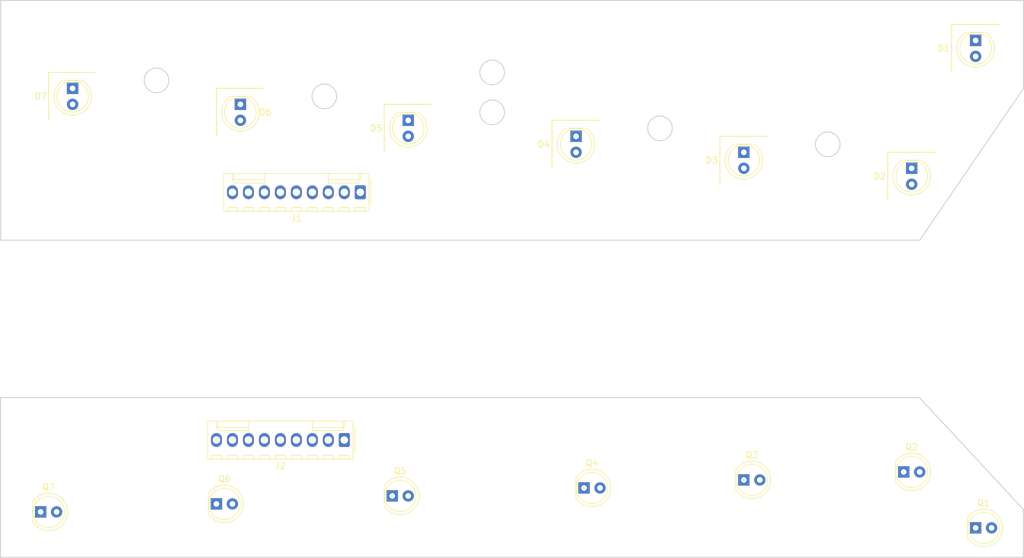
<source format=kicad_pcb>
(kicad_pcb (version 20171130) (host pcbnew 5.0.2+dfsg1-1)

  (general
    (thickness 1.6)
    (drawings 30)
    (tracks 0)
    (zones 0)
    (modules 16)
    (nets 19)
  )

  (page A4)
  (layers
    (0 F.Cu signal)
    (31 B.Cu signal)
    (32 B.Adhes user)
    (33 F.Adhes user)
    (34 B.Paste user)
    (35 F.Paste user)
    (36 B.SilkS user)
    (37 F.SilkS user)
    (38 B.Mask user)
    (39 F.Mask user)
    (40 Dwgs.User user)
    (41 Cmts.User user)
    (42 Eco1.User user)
    (43 Eco2.User user)
    (44 Edge.Cuts user)
    (45 Margin user)
    (46 B.CrtYd user)
    (47 F.CrtYd user)
    (48 B.Fab user)
    (49 F.Fab user)
  )

  (setup
    (last_trace_width 0.25)
    (trace_clearance 0.2)
    (zone_clearance 0.508)
    (zone_45_only no)
    (trace_min 0.2)
    (segment_width 0.2)
    (edge_width 0.15)
    (via_size 0.8)
    (via_drill 0.4)
    (via_min_size 0.4)
    (via_min_drill 0.3)
    (uvia_size 0.3)
    (uvia_drill 0.1)
    (uvias_allowed no)
    (uvia_min_size 0.2)
    (uvia_min_drill 0.1)
    (pcb_text_width 0.3)
    (pcb_text_size 1.5 1.5)
    (mod_edge_width 0.15)
    (mod_text_size 1 1)
    (mod_text_width 0.15)
    (pad_size 1.524 1.524)
    (pad_drill 0.762)
    (pad_to_mask_clearance 0.051)
    (solder_mask_min_width 0.25)
    (aux_axis_origin 0 0)
    (visible_elements FFFFFF7F)
    (pcbplotparams
      (layerselection 0x010fc_ffffffff)
      (usegerberextensions false)
      (usegerberattributes false)
      (usegerberadvancedattributes false)
      (creategerberjobfile false)
      (excludeedgelayer true)
      (linewidth 0.100000)
      (plotframeref false)
      (viasonmask false)
      (mode 1)
      (useauxorigin false)
      (hpglpennumber 1)
      (hpglpenspeed 20)
      (hpglpendiameter 15.000000)
      (psnegative false)
      (psa4output false)
      (plotreference true)
      (plotvalue true)
      (plotinvisibletext false)
      (padsonsilk false)
      (subtractmaskfromsilk false)
      (outputformat 1)
      (mirror false)
      (drillshape 1)
      (scaleselection 1)
      (outputdirectory ""))
  )

  (net 0 "")
  (net 1 "Net-(J2-Pad3)")
  (net 2 "Net-(J2-Pad1)")
  (net 3 "Net-(J2-Pad4)")
  (net 4 "Net-(J2-Pad5)")
  (net 5 "Net-(J2-Pad6)")
  (net 6 "Net-(J2-Pad7)")
  (net 7 "Net-(J2-Pad8)")
  (net 8 "Net-(J2-Pad9)")
  (net 9 "Net-(D1-Pad1)")
  (net 10 "Net-(D1-Pad2)")
  (net 11 "Net-(D2-Pad2)")
  (net 12 "Net-(D3-Pad2)")
  (net 13 "Net-(D4-Pad2)")
  (net 14 "Net-(D5-Pad2)")
  (net 15 "Net-(D6-Pad2)")
  (net 16 "Net-(D7-Pad2)")
  (net 17 "Net-(J1-Pad8)")
  (net 18 "Net-(J2-Pad2)")

  (net_class Default "This is the default net class."
    (clearance 0.2)
    (trace_width 0.25)
    (via_dia 0.8)
    (via_drill 0.4)
    (uvia_dia 0.3)
    (uvia_drill 0.1)
    (add_net "Net-(D1-Pad1)")
    (add_net "Net-(D1-Pad2)")
    (add_net "Net-(D2-Pad2)")
    (add_net "Net-(D3-Pad2)")
    (add_net "Net-(D4-Pad2)")
    (add_net "Net-(D5-Pad2)")
    (add_net "Net-(D6-Pad2)")
    (add_net "Net-(D7-Pad2)")
    (add_net "Net-(J1-Pad8)")
    (add_net "Net-(J2-Pad1)")
    (add_net "Net-(J2-Pad2)")
    (add_net "Net-(J2-Pad3)")
    (add_net "Net-(J2-Pad4)")
    (add_net "Net-(J2-Pad5)")
    (add_net "Net-(J2-Pad6)")
    (add_net "Net-(J2-Pad7)")
    (add_net "Net-(J2-Pad8)")
    (add_net "Net-(J2-Pad9)")
  )

  (module Connector_Molex:Molex_KK-254_AE-6410-09A_1x09_P2.54mm_Vertical (layer F.Cu) (tedit 5B78013E) (tstamp 61418757)
    (at 121.92 115.57 180)
    (descr "Molex KK-254 Interconnect System, old/engineering part number: AE-6410-09A example for new part number: 22-27-2091, 9 Pins (http://www.molex.com/pdm_docs/sd/022272021_sd.pdf), generated with kicad-footprint-generator")
    (tags "connector Molex KK-254 side entry")
    (path /61357C7A)
    (fp_text reference J2 (at 10.16 -4.12 180) (layer F.SilkS)
      (effects (font (size 1 1) (thickness 0.15)))
    )
    (fp_text value Conn_01x09_Male (at 10.16 4.08 180) (layer F.Fab)
      (effects (font (size 1 1) (thickness 0.15)))
    )
    (fp_text user %R (at 10.16 -2.22 180) (layer F.Fab)
      (effects (font (size 1 1) (thickness 0.15)))
    )
    (fp_line (start 22.09 -3.42) (end -1.77 -3.42) (layer F.CrtYd) (width 0.05))
    (fp_line (start 22.09 3.38) (end 22.09 -3.42) (layer F.CrtYd) (width 0.05))
    (fp_line (start -1.77 3.38) (end 22.09 3.38) (layer F.CrtYd) (width 0.05))
    (fp_line (start -1.77 -3.42) (end -1.77 3.38) (layer F.CrtYd) (width 0.05))
    (fp_line (start 21.12 -2.43) (end 21.12 -3.03) (layer F.SilkS) (width 0.12))
    (fp_line (start 19.52 -2.43) (end 21.12 -2.43) (layer F.SilkS) (width 0.12))
    (fp_line (start 19.52 -3.03) (end 19.52 -2.43) (layer F.SilkS) (width 0.12))
    (fp_line (start 18.58 -2.43) (end 18.58 -3.03) (layer F.SilkS) (width 0.12))
    (fp_line (start 16.98 -2.43) (end 18.58 -2.43) (layer F.SilkS) (width 0.12))
    (fp_line (start 16.98 -3.03) (end 16.98 -2.43) (layer F.SilkS) (width 0.12))
    (fp_line (start 16.04 -2.43) (end 16.04 -3.03) (layer F.SilkS) (width 0.12))
    (fp_line (start 14.44 -2.43) (end 16.04 -2.43) (layer F.SilkS) (width 0.12))
    (fp_line (start 14.44 -3.03) (end 14.44 -2.43) (layer F.SilkS) (width 0.12))
    (fp_line (start 13.5 -2.43) (end 13.5 -3.03) (layer F.SilkS) (width 0.12))
    (fp_line (start 11.9 -2.43) (end 13.5 -2.43) (layer F.SilkS) (width 0.12))
    (fp_line (start 11.9 -3.03) (end 11.9 -2.43) (layer F.SilkS) (width 0.12))
    (fp_line (start 10.96 -2.43) (end 10.96 -3.03) (layer F.SilkS) (width 0.12))
    (fp_line (start 9.36 -2.43) (end 10.96 -2.43) (layer F.SilkS) (width 0.12))
    (fp_line (start 9.36 -3.03) (end 9.36 -2.43) (layer F.SilkS) (width 0.12))
    (fp_line (start 8.42 -2.43) (end 8.42 -3.03) (layer F.SilkS) (width 0.12))
    (fp_line (start 6.82 -2.43) (end 8.42 -2.43) (layer F.SilkS) (width 0.12))
    (fp_line (start 6.82 -3.03) (end 6.82 -2.43) (layer F.SilkS) (width 0.12))
    (fp_line (start 5.88 -2.43) (end 5.88 -3.03) (layer F.SilkS) (width 0.12))
    (fp_line (start 4.28 -2.43) (end 5.88 -2.43) (layer F.SilkS) (width 0.12))
    (fp_line (start 4.28 -3.03) (end 4.28 -2.43) (layer F.SilkS) (width 0.12))
    (fp_line (start 3.34 -2.43) (end 3.34 -3.03) (layer F.SilkS) (width 0.12))
    (fp_line (start 1.74 -2.43) (end 3.34 -2.43) (layer F.SilkS) (width 0.12))
    (fp_line (start 1.74 -3.03) (end 1.74 -2.43) (layer F.SilkS) (width 0.12))
    (fp_line (start 0.8 -2.43) (end 0.8 -3.03) (layer F.SilkS) (width 0.12))
    (fp_line (start -0.8 -2.43) (end 0.8 -2.43) (layer F.SilkS) (width 0.12))
    (fp_line (start -0.8 -3.03) (end -0.8 -2.43) (layer F.SilkS) (width 0.12))
    (fp_line (start 20.07 2.99) (end 20.07 1.99) (layer F.SilkS) (width 0.12))
    (fp_line (start 15.24 1.46) (end 15.24 1.99) (layer F.SilkS) (width 0.12))
    (fp_line (start 20.07 1.46) (end 15.24 1.46) (layer F.SilkS) (width 0.12))
    (fp_line (start 20.32 1.99) (end 20.07 1.46) (layer F.SilkS) (width 0.12))
    (fp_line (start 15.24 1.99) (end 15.24 2.99) (layer F.SilkS) (width 0.12))
    (fp_line (start 20.32 1.99) (end 15.24 1.99) (layer F.SilkS) (width 0.12))
    (fp_line (start 20.32 2.99) (end 20.32 1.99) (layer F.SilkS) (width 0.12))
    (fp_line (start 0.25 2.99) (end 0.25 1.99) (layer F.SilkS) (width 0.12))
    (fp_line (start 5.08 1.46) (end 5.08 1.99) (layer F.SilkS) (width 0.12))
    (fp_line (start 0.25 1.46) (end 5.08 1.46) (layer F.SilkS) (width 0.12))
    (fp_line (start 0 1.99) (end 0.25 1.46) (layer F.SilkS) (width 0.12))
    (fp_line (start 5.08 1.99) (end 5.08 2.99) (layer F.SilkS) (width 0.12))
    (fp_line (start 0 1.99) (end 5.08 1.99) (layer F.SilkS) (width 0.12))
    (fp_line (start 0 2.99) (end 0 1.99) (layer F.SilkS) (width 0.12))
    (fp_line (start -0.562893 0) (end -1.27 0.5) (layer F.Fab) (width 0.1))
    (fp_line (start -1.27 -0.5) (end -0.562893 0) (layer F.Fab) (width 0.1))
    (fp_line (start -1.67 -2) (end -1.67 2) (layer F.SilkS) (width 0.12))
    (fp_line (start 21.7 -3.03) (end -1.38 -3.03) (layer F.SilkS) (width 0.12))
    (fp_line (start 21.7 2.99) (end 21.7 -3.03) (layer F.SilkS) (width 0.12))
    (fp_line (start -1.38 2.99) (end 21.7 2.99) (layer F.SilkS) (width 0.12))
    (fp_line (start -1.38 -3.03) (end -1.38 2.99) (layer F.SilkS) (width 0.12))
    (fp_line (start 21.59 -2.92) (end -1.27 -2.92) (layer F.Fab) (width 0.1))
    (fp_line (start 21.59 2.88) (end 21.59 -2.92) (layer F.Fab) (width 0.1))
    (fp_line (start -1.27 2.88) (end 21.59 2.88) (layer F.Fab) (width 0.1))
    (fp_line (start -1.27 -2.92) (end -1.27 2.88) (layer F.Fab) (width 0.1))
    (pad 9 thru_hole oval (at 20.32 0 180) (size 1.74 2.2) (drill 1.2) (layers *.Cu *.Mask)
      (net 8 "Net-(J2-Pad9)"))
    (pad 8 thru_hole oval (at 17.78 0 180) (size 1.74 2.2) (drill 1.2) (layers *.Cu *.Mask)
      (net 7 "Net-(J2-Pad8)"))
    (pad 7 thru_hole oval (at 15.24 0 180) (size 1.74 2.2) (drill 1.2) (layers *.Cu *.Mask)
      (net 6 "Net-(J2-Pad7)"))
    (pad 6 thru_hole oval (at 12.7 0 180) (size 1.74 2.2) (drill 1.2) (layers *.Cu *.Mask)
      (net 5 "Net-(J2-Pad6)"))
    (pad 5 thru_hole oval (at 10.16 0 180) (size 1.74 2.2) (drill 1.2) (layers *.Cu *.Mask)
      (net 4 "Net-(J2-Pad5)"))
    (pad 4 thru_hole oval (at 7.62 0 180) (size 1.74 2.2) (drill 1.2) (layers *.Cu *.Mask)
      (net 3 "Net-(J2-Pad4)"))
    (pad 3 thru_hole oval (at 5.08 0 180) (size 1.74 2.2) (drill 1.2) (layers *.Cu *.Mask)
      (net 1 "Net-(J2-Pad3)"))
    (pad 2 thru_hole oval (at 2.54 0 180) (size 1.74 2.2) (drill 1.2) (layers *.Cu *.Mask)
      (net 18 "Net-(J2-Pad2)"))
    (pad 1 thru_hole roundrect (at 0 0 180) (size 1.74 2.2) (drill 1.2) (layers *.Cu *.Mask) (roundrect_rratio 0.143678)
      (net 2 "Net-(J2-Pad1)"))
    (model ${KISYS3DMOD}/Connector_Molex.3dshapes/Molex_KK-254_AE-6410-09A_1x09_P2.54mm_Vertical.wrl
      (at (xyz 0 0 0))
      (scale (xyz 1 1 1))
      (rotate (xyz 0 0 0))
    )
  )

  (module Connector_Molex:Molex_KK-254_AE-6410-09A_1x09_P2.54mm_Vertical (layer F.Cu) (tedit 5B78013E) (tstamp 61418711)
    (at 124.46 76.2 180)
    (descr "Molex KK-254 Interconnect System, old/engineering part number: AE-6410-09A example for new part number: 22-27-2091, 9 Pins (http://www.molex.com/pdm_docs/sd/022272021_sd.pdf), generated with kicad-footprint-generator")
    (tags "connector Molex KK-254 side entry")
    (path /61350B6C)
    (fp_text reference J1 (at 10.16 -4.12 180) (layer F.SilkS)
      (effects (font (size 1 1) (thickness 0.15)))
    )
    (fp_text value Conn_01x09_Male (at 10.16 4.08 180) (layer F.Fab)
      (effects (font (size 1 1) (thickness 0.15)))
    )
    (fp_line (start -1.27 -2.92) (end -1.27 2.88) (layer F.Fab) (width 0.1))
    (fp_line (start -1.27 2.88) (end 21.59 2.88) (layer F.Fab) (width 0.1))
    (fp_line (start 21.59 2.88) (end 21.59 -2.92) (layer F.Fab) (width 0.1))
    (fp_line (start 21.59 -2.92) (end -1.27 -2.92) (layer F.Fab) (width 0.1))
    (fp_line (start -1.38 -3.03) (end -1.38 2.99) (layer F.SilkS) (width 0.12))
    (fp_line (start -1.38 2.99) (end 21.7 2.99) (layer F.SilkS) (width 0.12))
    (fp_line (start 21.7 2.99) (end 21.7 -3.03) (layer F.SilkS) (width 0.12))
    (fp_line (start 21.7 -3.03) (end -1.38 -3.03) (layer F.SilkS) (width 0.12))
    (fp_line (start -1.67 -2) (end -1.67 2) (layer F.SilkS) (width 0.12))
    (fp_line (start -1.27 -0.5) (end -0.562893 0) (layer F.Fab) (width 0.1))
    (fp_line (start -0.562893 0) (end -1.27 0.5) (layer F.Fab) (width 0.1))
    (fp_line (start 0 2.99) (end 0 1.99) (layer F.SilkS) (width 0.12))
    (fp_line (start 0 1.99) (end 5.08 1.99) (layer F.SilkS) (width 0.12))
    (fp_line (start 5.08 1.99) (end 5.08 2.99) (layer F.SilkS) (width 0.12))
    (fp_line (start 0 1.99) (end 0.25 1.46) (layer F.SilkS) (width 0.12))
    (fp_line (start 0.25 1.46) (end 5.08 1.46) (layer F.SilkS) (width 0.12))
    (fp_line (start 5.08 1.46) (end 5.08 1.99) (layer F.SilkS) (width 0.12))
    (fp_line (start 0.25 2.99) (end 0.25 1.99) (layer F.SilkS) (width 0.12))
    (fp_line (start 20.32 2.99) (end 20.32 1.99) (layer F.SilkS) (width 0.12))
    (fp_line (start 20.32 1.99) (end 15.24 1.99) (layer F.SilkS) (width 0.12))
    (fp_line (start 15.24 1.99) (end 15.24 2.99) (layer F.SilkS) (width 0.12))
    (fp_line (start 20.32 1.99) (end 20.07 1.46) (layer F.SilkS) (width 0.12))
    (fp_line (start 20.07 1.46) (end 15.24 1.46) (layer F.SilkS) (width 0.12))
    (fp_line (start 15.24 1.46) (end 15.24 1.99) (layer F.SilkS) (width 0.12))
    (fp_line (start 20.07 2.99) (end 20.07 1.99) (layer F.SilkS) (width 0.12))
    (fp_line (start -0.8 -3.03) (end -0.8 -2.43) (layer F.SilkS) (width 0.12))
    (fp_line (start -0.8 -2.43) (end 0.8 -2.43) (layer F.SilkS) (width 0.12))
    (fp_line (start 0.8 -2.43) (end 0.8 -3.03) (layer F.SilkS) (width 0.12))
    (fp_line (start 1.74 -3.03) (end 1.74 -2.43) (layer F.SilkS) (width 0.12))
    (fp_line (start 1.74 -2.43) (end 3.34 -2.43) (layer F.SilkS) (width 0.12))
    (fp_line (start 3.34 -2.43) (end 3.34 -3.03) (layer F.SilkS) (width 0.12))
    (fp_line (start 4.28 -3.03) (end 4.28 -2.43) (layer F.SilkS) (width 0.12))
    (fp_line (start 4.28 -2.43) (end 5.88 -2.43) (layer F.SilkS) (width 0.12))
    (fp_line (start 5.88 -2.43) (end 5.88 -3.03) (layer F.SilkS) (width 0.12))
    (fp_line (start 6.82 -3.03) (end 6.82 -2.43) (layer F.SilkS) (width 0.12))
    (fp_line (start 6.82 -2.43) (end 8.42 -2.43) (layer F.SilkS) (width 0.12))
    (fp_line (start 8.42 -2.43) (end 8.42 -3.03) (layer F.SilkS) (width 0.12))
    (fp_line (start 9.36 -3.03) (end 9.36 -2.43) (layer F.SilkS) (width 0.12))
    (fp_line (start 9.36 -2.43) (end 10.96 -2.43) (layer F.SilkS) (width 0.12))
    (fp_line (start 10.96 -2.43) (end 10.96 -3.03) (layer F.SilkS) (width 0.12))
    (fp_line (start 11.9 -3.03) (end 11.9 -2.43) (layer F.SilkS) (width 0.12))
    (fp_line (start 11.9 -2.43) (end 13.5 -2.43) (layer F.SilkS) (width 0.12))
    (fp_line (start 13.5 -2.43) (end 13.5 -3.03) (layer F.SilkS) (width 0.12))
    (fp_line (start 14.44 -3.03) (end 14.44 -2.43) (layer F.SilkS) (width 0.12))
    (fp_line (start 14.44 -2.43) (end 16.04 -2.43) (layer F.SilkS) (width 0.12))
    (fp_line (start 16.04 -2.43) (end 16.04 -3.03) (layer F.SilkS) (width 0.12))
    (fp_line (start 16.98 -3.03) (end 16.98 -2.43) (layer F.SilkS) (width 0.12))
    (fp_line (start 16.98 -2.43) (end 18.58 -2.43) (layer F.SilkS) (width 0.12))
    (fp_line (start 18.58 -2.43) (end 18.58 -3.03) (layer F.SilkS) (width 0.12))
    (fp_line (start 19.52 -3.03) (end 19.52 -2.43) (layer F.SilkS) (width 0.12))
    (fp_line (start 19.52 -2.43) (end 21.12 -2.43) (layer F.SilkS) (width 0.12))
    (fp_line (start 21.12 -2.43) (end 21.12 -3.03) (layer F.SilkS) (width 0.12))
    (fp_line (start -1.77 -3.42) (end -1.77 3.38) (layer F.CrtYd) (width 0.05))
    (fp_line (start -1.77 3.38) (end 22.09 3.38) (layer F.CrtYd) (width 0.05))
    (fp_line (start 22.09 3.38) (end 22.09 -3.42) (layer F.CrtYd) (width 0.05))
    (fp_line (start 22.09 -3.42) (end -1.77 -3.42) (layer F.CrtYd) (width 0.05))
    (fp_text user %R (at 10.16 -2.22 180) (layer F.Fab)
      (effects (font (size 1 1) (thickness 0.15)))
    )
    (pad 1 thru_hole roundrect (at 0 0 180) (size 1.74 2.2) (drill 1.2) (layers *.Cu *.Mask) (roundrect_rratio 0.143678)
      (net 16 "Net-(D7-Pad2)"))
    (pad 2 thru_hole oval (at 2.54 0 180) (size 1.74 2.2) (drill 1.2) (layers *.Cu *.Mask)
      (net 15 "Net-(D6-Pad2)"))
    (pad 3 thru_hole oval (at 5.08 0 180) (size 1.74 2.2) (drill 1.2) (layers *.Cu *.Mask)
      (net 14 "Net-(D5-Pad2)"))
    (pad 4 thru_hole oval (at 7.62 0 180) (size 1.74 2.2) (drill 1.2) (layers *.Cu *.Mask)
      (net 13 "Net-(D4-Pad2)"))
    (pad 5 thru_hole oval (at 10.16 0 180) (size 1.74 2.2) (drill 1.2) (layers *.Cu *.Mask)
      (net 12 "Net-(D3-Pad2)"))
    (pad 6 thru_hole oval (at 12.7 0 180) (size 1.74 2.2) (drill 1.2) (layers *.Cu *.Mask)
      (net 11 "Net-(D2-Pad2)"))
    (pad 7 thru_hole oval (at 15.24 0 180) (size 1.74 2.2) (drill 1.2) (layers *.Cu *.Mask)
      (net 10 "Net-(D1-Pad2)"))
    (pad 8 thru_hole oval (at 17.78 0 180) (size 1.74 2.2) (drill 1.2) (layers *.Cu *.Mask)
      (net 17 "Net-(J1-Pad8)"))
    (pad 9 thru_hole oval (at 20.32 0 180) (size 1.74 2.2) (drill 1.2) (layers *.Cu *.Mask)
      (net 9 "Net-(D1-Pad1)"))
    (model ${KISYS3DMOD}/Connector_Molex.3dshapes/Molex_KK-254_AE-6410-09A_1x09_P2.54mm_Vertical.wrl
      (at (xyz 0 0 0))
      (scale (xyz 1 1 1))
      (rotate (xyz 0 0 0))
    )
  )

  (module LED_THT:LED_D5.0mm_Clear (layer F.Cu) (tedit 5A6C9BC0) (tstamp 614186CB)
    (at 78.74 59.69 270)
    (descr "LED, diameter 5.0mm, 2 pins, http://cdn-reichelt.de/documents/datenblatt/A500/LL-504BC2E-009.pdf")
    (tags "LED diameter 5.0mm 2 pins")
    (path /61351990)
    (fp_text reference D7 (at 1.27 5.08 180) (layer F.SilkS)
      (effects (font (size 1 1) (thickness 0.15)))
    )
    (fp_text value SFH460 (at -2.54 0 180) (layer F.Fab)
      (effects (font (size 1 1) (thickness 0.15)))
    )
    (fp_text user %R (at 1.25 0 270) (layer F.Fab)
      (effects (font (size 0.8 0.8) (thickness 0.2)))
    )
    (fp_line (start -1.23 -1.469694) (end -1.23 1.469694) (layer F.Fab) (width 0.1))
    (fp_line (start -1.29 -1.545) (end -1.29 1.545) (layer F.SilkS) (width 0.12))
    (fp_line (start -1.95 -3.25) (end -1.95 3.25) (layer F.CrtYd) (width 0.05))
    (fp_line (start -1.95 3.25) (end 4.5 3.25) (layer F.CrtYd) (width 0.05))
    (fp_line (start 4.5 3.25) (end 4.5 -3.25) (layer F.CrtYd) (width 0.05))
    (fp_line (start 4.5 -3.25) (end -1.95 -3.25) (layer F.CrtYd) (width 0.05))
    (fp_circle (center 1.27 0) (end 3.77 0) (layer F.Fab) (width 0.1))
    (fp_circle (center 1.27 0) (end 3.77 0) (layer F.SilkS) (width 0.12))
    (fp_arc (start 1.27 0) (end -1.23 -1.469694) (angle 299.1) (layer F.Fab) (width 0.1))
    (fp_arc (start 1.27 0) (end -1.29 -1.54483) (angle 148.9) (layer F.SilkS) (width 0.12))
    (fp_arc (start 1.27 0) (end -1.29 1.54483) (angle -148.9) (layer F.SilkS) (width 0.12))
    (pad 1 thru_hole rect (at 0 0 270) (size 1.8 1.8) (drill 0.9) (layers *.Cu *.Mask)
      (net 9 "Net-(D1-Pad1)"))
    (pad 2 thru_hole circle (at 2.54 0 270) (size 1.8 1.8) (drill 0.9) (layers *.Cu *.Mask)
      (net 16 "Net-(D7-Pad2)"))
    (model ${KISYS3DMOD}/LED_THT.3dshapes/LED_D5.0mm_Clear.wrl
      (at (xyz 0 0 0))
      (scale (xyz 1 1 1))
      (rotate (xyz 0 0 0))
    )
  )

  (module LED_THT:LED_D5.0mm_Clear (layer F.Cu) (tedit 5A6C9BC0) (tstamp 614186B9)
    (at 105.41 62.23 270)
    (descr "LED, diameter 5.0mm, 2 pins, http://cdn-reichelt.de/documents/datenblatt/A500/LL-504BC2E-009.pdf")
    (tags "LED diameter 5.0mm 2 pins")
    (path /613517B0)
    (fp_text reference D6 (at 1.27 -3.96 180) (layer F.SilkS)
      (effects (font (size 1 1) (thickness 0.15)))
    )
    (fp_text value SFH460 (at -2.54 0 180) (layer F.Fab)
      (effects (font (size 1 1) (thickness 0.15)))
    )
    (fp_arc (start 1.27 0) (end -1.29 1.54483) (angle -148.9) (layer F.SilkS) (width 0.12))
    (fp_arc (start 1.27 0) (end -1.29 -1.54483) (angle 148.9) (layer F.SilkS) (width 0.12))
    (fp_arc (start 1.27 0) (end -1.23 -1.469694) (angle 299.1) (layer F.Fab) (width 0.1))
    (fp_circle (center 1.27 0) (end 3.77 0) (layer F.SilkS) (width 0.12))
    (fp_circle (center 1.27 0) (end 3.77 0) (layer F.Fab) (width 0.1))
    (fp_line (start 4.5 -3.25) (end -1.95 -3.25) (layer F.CrtYd) (width 0.05))
    (fp_line (start 4.5 3.25) (end 4.5 -3.25) (layer F.CrtYd) (width 0.05))
    (fp_line (start -1.95 3.25) (end 4.5 3.25) (layer F.CrtYd) (width 0.05))
    (fp_line (start -1.95 -3.25) (end -1.95 3.25) (layer F.CrtYd) (width 0.05))
    (fp_line (start -1.29 -1.545) (end -1.29 1.545) (layer F.SilkS) (width 0.12))
    (fp_line (start -1.23 -1.469694) (end -1.23 1.469694) (layer F.Fab) (width 0.1))
    (fp_text user %R (at 1.25 0 270) (layer F.Fab)
      (effects (font (size 0.8 0.8) (thickness 0.2)))
    )
    (pad 2 thru_hole circle (at 2.54 0 270) (size 1.8 1.8) (drill 0.9) (layers *.Cu *.Mask)
      (net 15 "Net-(D6-Pad2)"))
    (pad 1 thru_hole rect (at 0 0 270) (size 1.8 1.8) (drill 0.9) (layers *.Cu *.Mask)
      (net 9 "Net-(D1-Pad1)"))
    (model ${KISYS3DMOD}/LED_THT.3dshapes/LED_D5.0mm_Clear.wrl
      (at (xyz 0 0 0))
      (scale (xyz 1 1 1))
      (rotate (xyz 0 0 0))
    )
  )

  (module LED_THT:LED_D5.0mm_Clear (layer F.Cu) (tedit 5A6C9BC0) (tstamp 614186A7)
    (at 132.08 64.77 270)
    (descr "LED, diameter 5.0mm, 2 pins, http://cdn-reichelt.de/documents/datenblatt/A500/LL-504BC2E-009.pdf")
    (tags "LED diameter 5.0mm 2 pins")
    (path /61351738)
    (fp_text reference D5 (at 1.27 5.08 180) (layer F.SilkS)
      (effects (font (size 1 1) (thickness 0.15)))
    )
    (fp_text value SFH460 (at -2.54 0) (layer F.Fab)
      (effects (font (size 1 1) (thickness 0.15)))
    )
    (fp_text user %R (at 1.25 0 270) (layer F.Fab)
      (effects (font (size 0.8 0.8) (thickness 0.2)))
    )
    (fp_line (start -1.23 -1.469694) (end -1.23 1.469694) (layer F.Fab) (width 0.1))
    (fp_line (start -1.29 -1.545) (end -1.29 1.545) (layer F.SilkS) (width 0.12))
    (fp_line (start -1.95 -3.25) (end -1.95 3.25) (layer F.CrtYd) (width 0.05))
    (fp_line (start -1.95 3.25) (end 4.5 3.25) (layer F.CrtYd) (width 0.05))
    (fp_line (start 4.5 3.25) (end 4.5 -3.25) (layer F.CrtYd) (width 0.05))
    (fp_line (start 4.5 -3.25) (end -1.95 -3.25) (layer F.CrtYd) (width 0.05))
    (fp_circle (center 1.27 0) (end 3.77 0) (layer F.Fab) (width 0.1))
    (fp_circle (center 1.27 0) (end 3.77 0) (layer F.SilkS) (width 0.12))
    (fp_arc (start 1.27 0) (end -1.23 -1.469694) (angle 299.1) (layer F.Fab) (width 0.1))
    (fp_arc (start 1.27 0) (end -1.29 -1.54483) (angle 148.9) (layer F.SilkS) (width 0.12))
    (fp_arc (start 1.27 0) (end -1.29 1.54483) (angle -148.9) (layer F.SilkS) (width 0.12))
    (pad 1 thru_hole rect (at 0 0 270) (size 1.8 1.8) (drill 0.9) (layers *.Cu *.Mask)
      (net 9 "Net-(D1-Pad1)"))
    (pad 2 thru_hole circle (at 2.54 0 270) (size 1.8 1.8) (drill 0.9) (layers *.Cu *.Mask)
      (net 14 "Net-(D5-Pad2)"))
    (model ${KISYS3DMOD}/LED_THT.3dshapes/LED_D5.0mm_Clear.wrl
      (at (xyz 0 0 0))
      (scale (xyz 1 1 1))
      (rotate (xyz 0 0 0))
    )
  )

  (module LED_THT:LED_D5.0mm_Clear (layer F.Cu) (tedit 5A6C9BC0) (tstamp 61418695)
    (at 158.75 67.31 270)
    (descr "LED, diameter 5.0mm, 2 pins, http://cdn-reichelt.de/documents/datenblatt/A500/LL-504BC2E-009.pdf")
    (tags "LED diameter 5.0mm 2 pins")
    (path /613516B1)
    (fp_text reference D4 (at 1.27 5.08 180) (layer F.SilkS)
      (effects (font (size 1 1) (thickness 0.15)))
    )
    (fp_text value SFH460 (at -2.54 0 180) (layer F.Fab)
      (effects (font (size 1 1) (thickness 0.15)))
    )
    (fp_arc (start 1.27 0) (end -1.29 1.54483) (angle -148.9) (layer F.SilkS) (width 0.12))
    (fp_arc (start 1.27 0) (end -1.29 -1.54483) (angle 148.9) (layer F.SilkS) (width 0.12))
    (fp_arc (start 1.27 0) (end -1.23 -1.469694) (angle 299.1) (layer F.Fab) (width 0.1))
    (fp_circle (center 1.27 0) (end 3.77 0) (layer F.SilkS) (width 0.12))
    (fp_circle (center 1.27 0) (end 3.77 0) (layer F.Fab) (width 0.1))
    (fp_line (start 4.5 -3.25) (end -1.95 -3.25) (layer F.CrtYd) (width 0.05))
    (fp_line (start 4.5 3.25) (end 4.5 -3.25) (layer F.CrtYd) (width 0.05))
    (fp_line (start -1.95 3.25) (end 4.5 3.25) (layer F.CrtYd) (width 0.05))
    (fp_line (start -1.95 -3.25) (end -1.95 3.25) (layer F.CrtYd) (width 0.05))
    (fp_line (start -1.29 -1.545) (end -1.29 1.545) (layer F.SilkS) (width 0.12))
    (fp_line (start -1.23 -1.469694) (end -1.23 1.469694) (layer F.Fab) (width 0.1))
    (fp_text user %R (at 1.25 0 270) (layer F.Fab)
      (effects (font (size 0.8 0.8) (thickness 0.2)))
    )
    (pad 2 thru_hole circle (at 2.54 0 270) (size 1.8 1.8) (drill 0.9) (layers *.Cu *.Mask)
      (net 13 "Net-(D4-Pad2)"))
    (pad 1 thru_hole rect (at 0 0 270) (size 1.8 1.8) (drill 0.9) (layers *.Cu *.Mask)
      (net 9 "Net-(D1-Pad1)"))
    (model ${KISYS3DMOD}/LED_THT.3dshapes/LED_D5.0mm_Clear.wrl
      (at (xyz 0 0 0))
      (scale (xyz 1 1 1))
      (rotate (xyz 0 0 0))
    )
  )

  (module LED_THT:LED_D5.0mm_Clear (layer F.Cu) (tedit 5A6C9BC0) (tstamp 61418683)
    (at 185.42 69.85 270)
    (descr "LED, diameter 5.0mm, 2 pins, http://cdn-reichelt.de/documents/datenblatt/A500/LL-504BC2E-009.pdf")
    (tags "LED diameter 5.0mm 2 pins")
    (path /613514F7)
    (fp_text reference D3 (at 1.27 5.08 180) (layer F.SilkS)
      (effects (font (size 1 1) (thickness 0.15)))
    )
    (fp_text value SFH460 (at -2.54 0 180) (layer F.Fab)
      (effects (font (size 1 1) (thickness 0.15)))
    )
    (fp_text user %R (at 1.25 0 270) (layer F.Fab)
      (effects (font (size 0.8 0.8) (thickness 0.2)))
    )
    (fp_line (start -1.23 -1.469694) (end -1.23 1.469694) (layer F.Fab) (width 0.1))
    (fp_line (start -1.29 -1.545) (end -1.29 1.545) (layer F.SilkS) (width 0.12))
    (fp_line (start -1.95 -3.25) (end -1.95 3.25) (layer F.CrtYd) (width 0.05))
    (fp_line (start -1.95 3.25) (end 4.5 3.25) (layer F.CrtYd) (width 0.05))
    (fp_line (start 4.5 3.25) (end 4.5 -3.25) (layer F.CrtYd) (width 0.05))
    (fp_line (start 4.5 -3.25) (end -1.95 -3.25) (layer F.CrtYd) (width 0.05))
    (fp_circle (center 1.27 0) (end 3.77 0) (layer F.Fab) (width 0.1))
    (fp_circle (center 1.27 0) (end 3.77 0) (layer F.SilkS) (width 0.12))
    (fp_arc (start 1.27 0) (end -1.23 -1.469694) (angle 299.1) (layer F.Fab) (width 0.1))
    (fp_arc (start 1.27 0) (end -1.29 -1.54483) (angle 148.9) (layer F.SilkS) (width 0.12))
    (fp_arc (start 1.27 0) (end -1.29 1.54483) (angle -148.9) (layer F.SilkS) (width 0.12))
    (pad 1 thru_hole rect (at 0 0 270) (size 1.8 1.8) (drill 0.9) (layers *.Cu *.Mask)
      (net 9 "Net-(D1-Pad1)"))
    (pad 2 thru_hole circle (at 2.54 0 270) (size 1.8 1.8) (drill 0.9) (layers *.Cu *.Mask)
      (net 12 "Net-(D3-Pad2)"))
    (model ${KISYS3DMOD}/LED_THT.3dshapes/LED_D5.0mm_Clear.wrl
      (at (xyz 0 0 0))
      (scale (xyz 1 1 1))
      (rotate (xyz 0 0 0))
    )
  )

  (module LED_THT:LED_D5.0mm_Clear (layer F.Cu) (tedit 5A6C9BC0) (tstamp 61418671)
    (at 212.09 72.39 270)
    (descr "LED, diameter 5.0mm, 2 pins, http://cdn-reichelt.de/documents/datenblatt/A500/LL-504BC2E-009.pdf")
    (tags "LED diameter 5.0mm 2 pins")
    (path /6135145B)
    (fp_text reference D2 (at 1.27 5.08 180) (layer F.SilkS)
      (effects (font (size 1 1) (thickness 0.15)))
    )
    (fp_text value SFH460 (at -2.54 0 180) (layer F.Fab)
      (effects (font (size 1 1) (thickness 0.15)))
    )
    (fp_arc (start 1.27 0) (end -1.29 1.54483) (angle -148.9) (layer F.SilkS) (width 0.12))
    (fp_arc (start 1.27 0) (end -1.29 -1.54483) (angle 148.9) (layer F.SilkS) (width 0.12))
    (fp_arc (start 1.27 0) (end -1.23 -1.469694) (angle 299.1) (layer F.Fab) (width 0.1))
    (fp_circle (center 1.27 0) (end 3.77 0) (layer F.SilkS) (width 0.12))
    (fp_circle (center 1.27 0) (end 3.77 0) (layer F.Fab) (width 0.1))
    (fp_line (start 4.5 -3.25) (end -1.95 -3.25) (layer F.CrtYd) (width 0.05))
    (fp_line (start 4.5 3.25) (end 4.5 -3.25) (layer F.CrtYd) (width 0.05))
    (fp_line (start -1.95 3.25) (end 4.5 3.25) (layer F.CrtYd) (width 0.05))
    (fp_line (start -1.95 -3.25) (end -1.95 3.25) (layer F.CrtYd) (width 0.05))
    (fp_line (start -1.29 -1.545) (end -1.29 1.545) (layer F.SilkS) (width 0.12))
    (fp_line (start -1.23 -1.469694) (end -1.23 1.469694) (layer F.Fab) (width 0.1))
    (fp_text user %R (at 1.25 0 270) (layer F.Fab)
      (effects (font (size 0.8 0.8) (thickness 0.2)))
    )
    (pad 2 thru_hole circle (at 2.54 0 270) (size 1.8 1.8) (drill 0.9) (layers *.Cu *.Mask)
      (net 11 "Net-(D2-Pad2)"))
    (pad 1 thru_hole rect (at 0 0 270) (size 1.8 1.8) (drill 0.9) (layers *.Cu *.Mask)
      (net 9 "Net-(D1-Pad1)"))
    (model ${KISYS3DMOD}/LED_THT.3dshapes/LED_D5.0mm_Clear.wrl
      (at (xyz 0 0 0))
      (scale (xyz 1 1 1))
      (rotate (xyz 0 0 0))
    )
  )

  (module LED_THT:LED_D5.0mm_Clear (layer F.Cu) (tedit 5A6C9BC0) (tstamp 6141865F)
    (at 222.25 52.07 270)
    (descr "LED, diameter 5.0mm, 2 pins, http://cdn-reichelt.de/documents/datenblatt/A500/LL-504BC2E-009.pdf")
    (tags "LED diameter 5.0mm 2 pins")
    (path /613501A2)
    (fp_text reference D1 (at 1.27 5.08 180) (layer F.SilkS)
      (effects (font (size 1 1) (thickness 0.15)))
    )
    (fp_text value SFH460 (at -2.54 0 180) (layer F.Fab)
      (effects (font (size 1 1) (thickness 0.15)))
    )
    (fp_arc (start 1.27 0) (end -1.29 1.54483) (angle -148.9) (layer F.SilkS) (width 0.12))
    (fp_arc (start 1.27 0) (end -1.29 -1.54483) (angle 148.9) (layer F.SilkS) (width 0.12))
    (fp_arc (start 1.27 0) (end -1.23 -1.469694) (angle 299.1) (layer F.Fab) (width 0.1))
    (fp_circle (center 1.27 0) (end 3.77 0) (layer F.SilkS) (width 0.12))
    (fp_circle (center 1.27 0) (end 3.77 0) (layer F.Fab) (width 0.1))
    (fp_line (start 4.5 -3.25) (end -1.95 -3.25) (layer F.CrtYd) (width 0.05))
    (fp_line (start 4.5 3.25) (end 4.5 -3.25) (layer F.CrtYd) (width 0.05))
    (fp_line (start -1.95 3.25) (end 4.5 3.25) (layer F.CrtYd) (width 0.05))
    (fp_line (start -1.95 -3.25) (end -1.95 3.25) (layer F.CrtYd) (width 0.05))
    (fp_line (start -1.29 -1.545) (end -1.29 1.545) (layer F.SilkS) (width 0.12))
    (fp_line (start -1.23 -1.469694) (end -1.23 1.469694) (layer F.Fab) (width 0.1))
    (fp_text user %R (at 1.25 0 270) (layer F.Fab)
      (effects (font (size 0.8 0.8) (thickness 0.2)))
    )
    (pad 2 thru_hole circle (at 2.54 0 270) (size 1.8 1.8) (drill 0.9) (layers *.Cu *.Mask)
      (net 10 "Net-(D1-Pad2)"))
    (pad 1 thru_hole rect (at 0 0 270) (size 1.8 1.8) (drill 0.9) (layers *.Cu *.Mask)
      (net 9 "Net-(D1-Pad1)"))
    (model ${KISYS3DMOD}/LED_THT.3dshapes/LED_D5.0mm_Clear.wrl
      (at (xyz 0 0 0))
      (scale (xyz 1 1 1))
      (rotate (xyz 0 0 0))
    )
  )

  (module LED_THT:LED_D5.0mm_IRBlack (layer F.Cu) (tedit 5A6C9BB8) (tstamp 6141864D)
    (at 73.66 127)
    (descr "LED, diameter 5.0mm, 2 pins, http://cdn-reichelt.de/documents/datenblatt/A500/LL-504BC2E-009.pdf")
    (tags "LED diameter 5.0mm 2 pins")
    (path /61357CA4)
    (fp_text reference Q7 (at 1.27 -3.96) (layer F.SilkS)
      (effects (font (size 1 1) (thickness 0.15)))
    )
    (fp_text value SFH460 (at 1.27 3.96) (layer F.Fab)
      (effects (font (size 1 1) (thickness 0.15)))
    )
    (fp_text user %R (at 1.25 0) (layer F.Fab)
      (effects (font (size 0.8 0.8) (thickness 0.2)))
    )
    (fp_line (start -1.23 -1.469694) (end -1.23 1.469694) (layer F.Fab) (width 0.1))
    (fp_line (start -1.29 -1.545) (end -1.29 1.545) (layer F.SilkS) (width 0.12))
    (fp_line (start -1.95 -3.25) (end -1.95 3.25) (layer F.CrtYd) (width 0.05))
    (fp_line (start -1.95 3.25) (end 4.5 3.25) (layer F.CrtYd) (width 0.05))
    (fp_line (start 4.5 3.25) (end 4.5 -3.25) (layer F.CrtYd) (width 0.05))
    (fp_line (start 4.5 -3.25) (end -1.95 -3.25) (layer F.CrtYd) (width 0.05))
    (fp_circle (center 1.27 0) (end 3.77 0) (layer F.Fab) (width 0.1))
    (fp_circle (center 1.27 0) (end 3.77 0) (layer F.SilkS) (width 0.12))
    (fp_arc (start 1.27 0) (end -1.23 -1.469694) (angle 299.1) (layer F.Fab) (width 0.1))
    (fp_arc (start 1.27 0) (end -1.29 -1.54483) (angle 148.9) (layer F.SilkS) (width 0.12))
    (fp_arc (start 1.27 0) (end -1.29 1.54483) (angle -148.9) (layer F.SilkS) (width 0.12))
    (pad 1 thru_hole rect (at 0 0) (size 1.8 1.8) (drill 0.9) (layers *.Cu *.Mask)
      (net 8 "Net-(J2-Pad9)"))
    (pad 2 thru_hole circle (at 2.54 0) (size 1.8 1.8) (drill 0.9) (layers *.Cu *.Mask)
      (net 2 "Net-(J2-Pad1)"))
    (model ${KISYS3DMOD}/LED_THT.3dshapes/LED_D5.0mm_IRBlack.wrl
      (at (xyz 0 0 0))
      (scale (xyz 1 1 1))
      (rotate (xyz 0 0 0))
    )
  )

  (module LED_THT:LED_D5.0mm_IRBlack (layer F.Cu) (tedit 5A6C9BB8) (tstamp 6141863B)
    (at 101.6 125.73)
    (descr "LED, diameter 5.0mm, 2 pins, http://cdn-reichelt.de/documents/datenblatt/A500/LL-504BC2E-009.pdf")
    (tags "LED diameter 5.0mm 2 pins")
    (path /61357C9D)
    (fp_text reference Q6 (at 1.27 -3.96) (layer F.SilkS)
      (effects (font (size 1 1) (thickness 0.15)))
    )
    (fp_text value SFH460 (at 1.27 3.96) (layer F.Fab)
      (effects (font (size 1 1) (thickness 0.15)))
    )
    (fp_arc (start 1.27 0) (end -1.29 1.54483) (angle -148.9) (layer F.SilkS) (width 0.12))
    (fp_arc (start 1.27 0) (end -1.29 -1.54483) (angle 148.9) (layer F.SilkS) (width 0.12))
    (fp_arc (start 1.27 0) (end -1.23 -1.469694) (angle 299.1) (layer F.Fab) (width 0.1))
    (fp_circle (center 1.27 0) (end 3.77 0) (layer F.SilkS) (width 0.12))
    (fp_circle (center 1.27 0) (end 3.77 0) (layer F.Fab) (width 0.1))
    (fp_line (start 4.5 -3.25) (end -1.95 -3.25) (layer F.CrtYd) (width 0.05))
    (fp_line (start 4.5 3.25) (end 4.5 -3.25) (layer F.CrtYd) (width 0.05))
    (fp_line (start -1.95 3.25) (end 4.5 3.25) (layer F.CrtYd) (width 0.05))
    (fp_line (start -1.95 -3.25) (end -1.95 3.25) (layer F.CrtYd) (width 0.05))
    (fp_line (start -1.29 -1.545) (end -1.29 1.545) (layer F.SilkS) (width 0.12))
    (fp_line (start -1.23 -1.469694) (end -1.23 1.469694) (layer F.Fab) (width 0.1))
    (fp_text user %R (at 1.25 0) (layer F.Fab)
      (effects (font (size 0.8 0.8) (thickness 0.2)))
    )
    (pad 2 thru_hole circle (at 2.54 0) (size 1.8 1.8) (drill 0.9) (layers *.Cu *.Mask)
      (net 2 "Net-(J2-Pad1)"))
    (pad 1 thru_hole rect (at 0 0) (size 1.8 1.8) (drill 0.9) (layers *.Cu *.Mask)
      (net 7 "Net-(J2-Pad8)"))
    (model ${KISYS3DMOD}/LED_THT.3dshapes/LED_D5.0mm_IRBlack.wrl
      (at (xyz 0 0 0))
      (scale (xyz 1 1 1))
      (rotate (xyz 0 0 0))
    )
  )

  (module LED_THT:LED_D5.0mm_IRBlack (layer F.Cu) (tedit 5A6C9BB8) (tstamp 61418629)
    (at 129.54 124.46)
    (descr "LED, diameter 5.0mm, 2 pins, http://cdn-reichelt.de/documents/datenblatt/A500/LL-504BC2E-009.pdf")
    (tags "LED diameter 5.0mm 2 pins")
    (path /61357C96)
    (fp_text reference Q5 (at 1.27 -3.96) (layer F.SilkS)
      (effects (font (size 1 1) (thickness 0.15)))
    )
    (fp_text value SFH460 (at 1.27 3.96) (layer F.Fab)
      (effects (font (size 1 1) (thickness 0.15)))
    )
    (fp_text user %R (at 1.25 0) (layer F.Fab)
      (effects (font (size 0.8 0.8) (thickness 0.2)))
    )
    (fp_line (start -1.23 -1.469694) (end -1.23 1.469694) (layer F.Fab) (width 0.1))
    (fp_line (start -1.29 -1.545) (end -1.29 1.545) (layer F.SilkS) (width 0.12))
    (fp_line (start -1.95 -3.25) (end -1.95 3.25) (layer F.CrtYd) (width 0.05))
    (fp_line (start -1.95 3.25) (end 4.5 3.25) (layer F.CrtYd) (width 0.05))
    (fp_line (start 4.5 3.25) (end 4.5 -3.25) (layer F.CrtYd) (width 0.05))
    (fp_line (start 4.5 -3.25) (end -1.95 -3.25) (layer F.CrtYd) (width 0.05))
    (fp_circle (center 1.27 0) (end 3.77 0) (layer F.Fab) (width 0.1))
    (fp_circle (center 1.27 0) (end 3.77 0) (layer F.SilkS) (width 0.12))
    (fp_arc (start 1.27 0) (end -1.23 -1.469694) (angle 299.1) (layer F.Fab) (width 0.1))
    (fp_arc (start 1.27 0) (end -1.29 -1.54483) (angle 148.9) (layer F.SilkS) (width 0.12))
    (fp_arc (start 1.27 0) (end -1.29 1.54483) (angle -148.9) (layer F.SilkS) (width 0.12))
    (pad 1 thru_hole rect (at 0 0) (size 1.8 1.8) (drill 0.9) (layers *.Cu *.Mask)
      (net 6 "Net-(J2-Pad7)"))
    (pad 2 thru_hole circle (at 2.54 0) (size 1.8 1.8) (drill 0.9) (layers *.Cu *.Mask)
      (net 2 "Net-(J2-Pad1)"))
    (model ${KISYS3DMOD}/LED_THT.3dshapes/LED_D5.0mm_IRBlack.wrl
      (at (xyz 0 0 0))
      (scale (xyz 1 1 1))
      (rotate (xyz 0 0 0))
    )
  )

  (module LED_THT:LED_D5.0mm_IRBlack (layer F.Cu) (tedit 5A6C9BB8) (tstamp 61418617)
    (at 160.02 123.19)
    (descr "LED, diameter 5.0mm, 2 pins, http://cdn-reichelt.de/documents/datenblatt/A500/LL-504BC2E-009.pdf")
    (tags "LED diameter 5.0mm 2 pins")
    (path /61357C8F)
    (fp_text reference Q4 (at 1.27 -3.96) (layer F.SilkS)
      (effects (font (size 1 1) (thickness 0.15)))
    )
    (fp_text value SFH460 (at 1.27 3.96) (layer F.Fab)
      (effects (font (size 1 1) (thickness 0.15)))
    )
    (fp_arc (start 1.27 0) (end -1.29 1.54483) (angle -148.9) (layer F.SilkS) (width 0.12))
    (fp_arc (start 1.27 0) (end -1.29 -1.54483) (angle 148.9) (layer F.SilkS) (width 0.12))
    (fp_arc (start 1.27 0) (end -1.23 -1.469694) (angle 299.1) (layer F.Fab) (width 0.1))
    (fp_circle (center 1.27 0) (end 3.77 0) (layer F.SilkS) (width 0.12))
    (fp_circle (center 1.27 0) (end 3.77 0) (layer F.Fab) (width 0.1))
    (fp_line (start 4.5 -3.25) (end -1.95 -3.25) (layer F.CrtYd) (width 0.05))
    (fp_line (start 4.5 3.25) (end 4.5 -3.25) (layer F.CrtYd) (width 0.05))
    (fp_line (start -1.95 3.25) (end 4.5 3.25) (layer F.CrtYd) (width 0.05))
    (fp_line (start -1.95 -3.25) (end -1.95 3.25) (layer F.CrtYd) (width 0.05))
    (fp_line (start -1.29 -1.545) (end -1.29 1.545) (layer F.SilkS) (width 0.12))
    (fp_line (start -1.23 -1.469694) (end -1.23 1.469694) (layer F.Fab) (width 0.1))
    (fp_text user %R (at 1.25 0) (layer F.Fab)
      (effects (font (size 0.8 0.8) (thickness 0.2)))
    )
    (pad 2 thru_hole circle (at 2.54 0) (size 1.8 1.8) (drill 0.9) (layers *.Cu *.Mask)
      (net 2 "Net-(J2-Pad1)"))
    (pad 1 thru_hole rect (at 0 0) (size 1.8 1.8) (drill 0.9) (layers *.Cu *.Mask)
      (net 5 "Net-(J2-Pad6)"))
    (model ${KISYS3DMOD}/LED_THT.3dshapes/LED_D5.0mm_IRBlack.wrl
      (at (xyz 0 0 0))
      (scale (xyz 1 1 1))
      (rotate (xyz 0 0 0))
    )
  )

  (module LED_THT:LED_D5.0mm_IRBlack (layer F.Cu) (tedit 5A6C9BB8) (tstamp 61418605)
    (at 185.42 121.92)
    (descr "LED, diameter 5.0mm, 2 pins, http://cdn-reichelt.de/documents/datenblatt/A500/LL-504BC2E-009.pdf")
    (tags "LED diameter 5.0mm 2 pins")
    (path /61357C88)
    (fp_text reference Q3 (at 1.27 -3.96) (layer F.SilkS)
      (effects (font (size 1 1) (thickness 0.15)))
    )
    (fp_text value SFH460 (at 1.27 3.96) (layer F.Fab)
      (effects (font (size 1 1) (thickness 0.15)))
    )
    (fp_text user %R (at 1.25 0) (layer F.Fab)
      (effects (font (size 0.8 0.8) (thickness 0.2)))
    )
    (fp_line (start -1.23 -1.469694) (end -1.23 1.469694) (layer F.Fab) (width 0.1))
    (fp_line (start -1.29 -1.545) (end -1.29 1.545) (layer F.SilkS) (width 0.12))
    (fp_line (start -1.95 -3.25) (end -1.95 3.25) (layer F.CrtYd) (width 0.05))
    (fp_line (start -1.95 3.25) (end 4.5 3.25) (layer F.CrtYd) (width 0.05))
    (fp_line (start 4.5 3.25) (end 4.5 -3.25) (layer F.CrtYd) (width 0.05))
    (fp_line (start 4.5 -3.25) (end -1.95 -3.25) (layer F.CrtYd) (width 0.05))
    (fp_circle (center 1.27 0) (end 3.77 0) (layer F.Fab) (width 0.1))
    (fp_circle (center 1.27 0) (end 3.77 0) (layer F.SilkS) (width 0.12))
    (fp_arc (start 1.27 0) (end -1.23 -1.469694) (angle 299.1) (layer F.Fab) (width 0.1))
    (fp_arc (start 1.27 0) (end -1.29 -1.54483) (angle 148.9) (layer F.SilkS) (width 0.12))
    (fp_arc (start 1.27 0) (end -1.29 1.54483) (angle -148.9) (layer F.SilkS) (width 0.12))
    (pad 1 thru_hole rect (at 0 0) (size 1.8 1.8) (drill 0.9) (layers *.Cu *.Mask)
      (net 4 "Net-(J2-Pad5)"))
    (pad 2 thru_hole circle (at 2.54 0) (size 1.8 1.8) (drill 0.9) (layers *.Cu *.Mask)
      (net 2 "Net-(J2-Pad1)"))
    (model ${KISYS3DMOD}/LED_THT.3dshapes/LED_D5.0mm_IRBlack.wrl
      (at (xyz 0 0 0))
      (scale (xyz 1 1 1))
      (rotate (xyz 0 0 0))
    )
  )

  (module LED_THT:LED_D5.0mm_IRBlack (layer F.Cu) (tedit 5A6C9BB8) (tstamp 614185F3)
    (at 210.82 120.65)
    (descr "LED, diameter 5.0mm, 2 pins, http://cdn-reichelt.de/documents/datenblatt/A500/LL-504BC2E-009.pdf")
    (tags "LED diameter 5.0mm 2 pins")
    (path /61357C81)
    (fp_text reference Q2 (at 1.27 -3.96) (layer F.SilkS)
      (effects (font (size 1 1) (thickness 0.15)))
    )
    (fp_text value SFH460 (at 1.27 3.96) (layer F.Fab)
      (effects (font (size 1 1) (thickness 0.15)))
    )
    (fp_arc (start 1.27 0) (end -1.29 1.54483) (angle -148.9) (layer F.SilkS) (width 0.12))
    (fp_arc (start 1.27 0) (end -1.29 -1.54483) (angle 148.9) (layer F.SilkS) (width 0.12))
    (fp_arc (start 1.27 0) (end -1.23 -1.469694) (angle 299.1) (layer F.Fab) (width 0.1))
    (fp_circle (center 1.27 0) (end 3.77 0) (layer F.SilkS) (width 0.12))
    (fp_circle (center 1.27 0) (end 3.77 0) (layer F.Fab) (width 0.1))
    (fp_line (start 4.5 -3.25) (end -1.95 -3.25) (layer F.CrtYd) (width 0.05))
    (fp_line (start 4.5 3.25) (end 4.5 -3.25) (layer F.CrtYd) (width 0.05))
    (fp_line (start -1.95 3.25) (end 4.5 3.25) (layer F.CrtYd) (width 0.05))
    (fp_line (start -1.95 -3.25) (end -1.95 3.25) (layer F.CrtYd) (width 0.05))
    (fp_line (start -1.29 -1.545) (end -1.29 1.545) (layer F.SilkS) (width 0.12))
    (fp_line (start -1.23 -1.469694) (end -1.23 1.469694) (layer F.Fab) (width 0.1))
    (fp_text user %R (at 1.25 0) (layer F.Fab)
      (effects (font (size 0.8 0.8) (thickness 0.2)))
    )
    (pad 2 thru_hole circle (at 2.54 0) (size 1.8 1.8) (drill 0.9) (layers *.Cu *.Mask)
      (net 2 "Net-(J2-Pad1)"))
    (pad 1 thru_hole rect (at 0 0) (size 1.8 1.8) (drill 0.9) (layers *.Cu *.Mask)
      (net 3 "Net-(J2-Pad4)"))
    (model ${KISYS3DMOD}/LED_THT.3dshapes/LED_D5.0mm_IRBlack.wrl
      (at (xyz 0 0 0))
      (scale (xyz 1 1 1))
      (rotate (xyz 0 0 0))
    )
  )

  (module LED_THT:LED_D5.0mm_IRBlack (layer F.Cu) (tedit 5A6C9BB8) (tstamp 614185E1)
    (at 222.25 129.54)
    (descr "LED, diameter 5.0mm, 2 pins, http://cdn-reichelt.de/documents/datenblatt/A500/LL-504BC2E-009.pdf")
    (tags "LED diameter 5.0mm 2 pins")
    (path /61357C73)
    (fp_text reference Q1 (at 1.27 -3.96) (layer F.SilkS)
      (effects (font (size 1 1) (thickness 0.15)))
    )
    (fp_text value SFH460 (at 1.27 3.96) (layer F.Fab)
      (effects (font (size 1 1) (thickness 0.15)))
    )
    (fp_text user %R (at 1.25 0) (layer F.Fab)
      (effects (font (size 0.8 0.8) (thickness 0.2)))
    )
    (fp_line (start -1.23 -1.469694) (end -1.23 1.469694) (layer F.Fab) (width 0.1))
    (fp_line (start -1.29 -1.545) (end -1.29 1.545) (layer F.SilkS) (width 0.12))
    (fp_line (start -1.95 -3.25) (end -1.95 3.25) (layer F.CrtYd) (width 0.05))
    (fp_line (start -1.95 3.25) (end 4.5 3.25) (layer F.CrtYd) (width 0.05))
    (fp_line (start 4.5 3.25) (end 4.5 -3.25) (layer F.CrtYd) (width 0.05))
    (fp_line (start 4.5 -3.25) (end -1.95 -3.25) (layer F.CrtYd) (width 0.05))
    (fp_circle (center 1.27 0) (end 3.77 0) (layer F.Fab) (width 0.1))
    (fp_circle (center 1.27 0) (end 3.77 0) (layer F.SilkS) (width 0.12))
    (fp_arc (start 1.27 0) (end -1.23 -1.469694) (angle 299.1) (layer F.Fab) (width 0.1))
    (fp_arc (start 1.27 0) (end -1.29 -1.54483) (angle 148.9) (layer F.SilkS) (width 0.12))
    (fp_arc (start 1.27 0) (end -1.29 1.54483) (angle -148.9) (layer F.SilkS) (width 0.12))
    (pad 1 thru_hole rect (at 0 0) (size 1.8 1.8) (drill 0.9) (layers *.Cu *.Mask)
      (net 1 "Net-(J2-Pad3)"))
    (pad 2 thru_hole circle (at 2.54 0) (size 1.8 1.8) (drill 0.9) (layers *.Cu *.Mask)
      (net 2 "Net-(J2-Pad1)"))
    (model ${KISYS3DMOD}/LED_THT.3dshapes/LED_D5.0mm_IRBlack.wrl
      (at (xyz 0 0 0))
      (scale (xyz 1 1 1))
      (rotate (xyz 0 0 0))
    )
  )

  (gr_line (start 218.44 49.53) (end 218.44 57.15) (layer F.SilkS) (width 0.15))
  (gr_line (start 226.06 49.53) (end 218.44 49.53) (layer F.SilkS) (width 0.15))
  (gr_line (start 208.28 69.85) (end 208.28 77.47) (layer F.SilkS) (width 0.15))
  (gr_line (start 215.9 69.85) (end 208.28 69.85) (layer F.SilkS) (width 0.15))
  (gr_line (start 181.61 67.31) (end 181.61 74.93) (layer F.SilkS) (width 0.15))
  (gr_line (start 189.23 67.31) (end 181.61 67.31) (layer F.SilkS) (width 0.15))
  (gr_line (start 154.94 64.77) (end 154.94 72.39) (layer F.SilkS) (width 0.15))
  (gr_line (start 162.56 64.77) (end 154.94 64.77) (layer F.SilkS) (width 0.15))
  (gr_line (start 128.27 62.23) (end 128.27 69.85) (layer F.SilkS) (width 0.15))
  (gr_line (start 135.89 62.23) (end 128.27 62.23) (layer F.SilkS) (width 0.15))
  (gr_line (start 101.6 59.69) (end 101.6 67.31) (layer F.SilkS) (width 0.15))
  (gr_line (start 109.22 59.69) (end 101.6 59.69) (layer F.SilkS) (width 0.15))
  (gr_line (start 74.93 57.15) (end 74.93 64.77) (layer F.SilkS) (width 0.15))
  (gr_line (start 82.55 57.15) (end 74.93 57.15) (layer F.SilkS) (width 0.15))
  (gr_circle (center 145.415 57.15) (end 146.902898 58.42) (layer Edge.Cuts) (width 0.15) (tstamp 61438961))
  (gr_circle (center 92.075 58.42) (end 93.562898 59.69) (layer Edge.Cuts) (width 0.15) (tstamp 614388B5))
  (gr_circle (center 118.745 60.96) (end 120.232898 62.23) (layer Edge.Cuts) (width 0.15) (tstamp 614388AB))
  (gr_circle (center 145.415 63.5) (end 146.902898 64.77) (layer Edge.Cuts) (width 0.15) (tstamp 614388A5))
  (gr_circle (center 172.085 66.04) (end 173.572898 67.31) (layer Edge.Cuts) (width 0.15) (tstamp 614388A3))
  (gr_circle (center 198.755 68.58) (end 200.242898 69.85) (layer Edge.Cuts) (width 0.15))
  (gr_line (start 67.277387 134.230068) (end 229.837387 134.230068) (layer Edge.Cuts) (width 0.15) (tstamp 6135095C))
  (gr_line (start 67.277387 108.830068) (end 213.327387 108.830068) (layer Edge.Cuts) (width 0.15) (tstamp 6135095B))
  (gr_line (start 229.837387 126.610068) (end 213.327387 108.830068) (layer Edge.Cuts) (width 0.15) (tstamp 6135095A))
  (gr_line (start 229.837387 134.230068) (end 229.837387 126.610068) (layer Edge.Cuts) (width 0.15) (tstamp 61350959))
  (gr_line (start 67.277387 134.230068) (end 67.277387 108.830068) (layer Edge.Cuts) (width 0.15) (tstamp 61350958))
  (gr_line (start 67.31 45.72) (end 67.31 83.82) (layer Edge.Cuts) (width 0.15))
  (gr_line (start 229.87 59.69) (end 213.36 83.82) (layer Edge.Cuts) (width 0.15))
  (gr_line (start 229.87 45.72) (end 229.87 59.69) (layer Edge.Cuts) (width 0.15))
  (gr_line (start 67.31 45.72) (end 229.87 45.72) (layer Edge.Cuts) (width 0.15))
  (gr_line (start 67.31 83.82) (end 213.36 83.82) (layer Edge.Cuts) (width 0.15))

)

</source>
